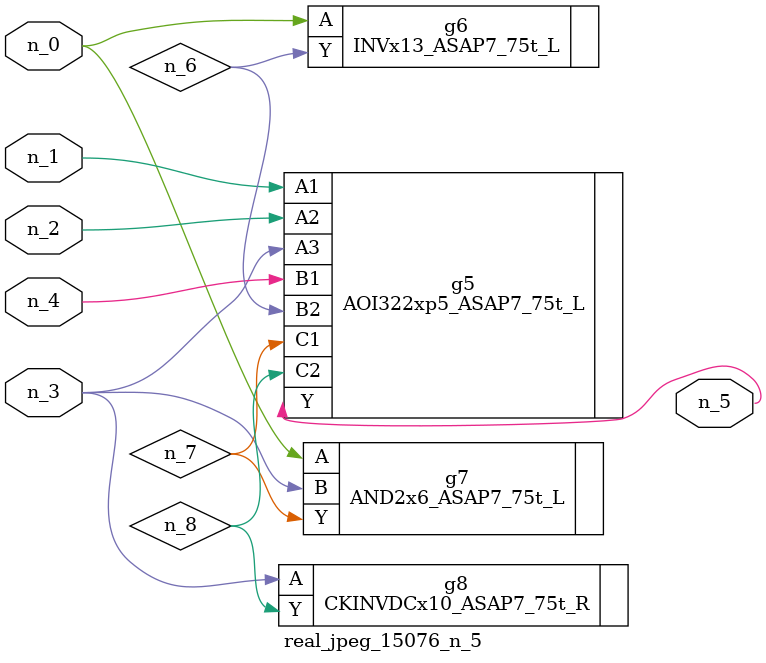
<source format=v>
module real_jpeg_15076_n_5 (n_4, n_0, n_1, n_2, n_3, n_5);

input n_4;
input n_0;
input n_1;
input n_2;
input n_3;

output n_5;

wire n_8;
wire n_6;
wire n_7;

INVx13_ASAP7_75t_L g6 ( 
.A(n_0),
.Y(n_6)
);

AND2x6_ASAP7_75t_L g7 ( 
.A(n_0),
.B(n_3),
.Y(n_7)
);

AOI322xp5_ASAP7_75t_L g5 ( 
.A1(n_1),
.A2(n_2),
.A3(n_3),
.B1(n_4),
.B2(n_6),
.C1(n_7),
.C2(n_8),
.Y(n_5)
);

CKINVDCx10_ASAP7_75t_R g8 ( 
.A(n_3),
.Y(n_8)
);


endmodule
</source>
